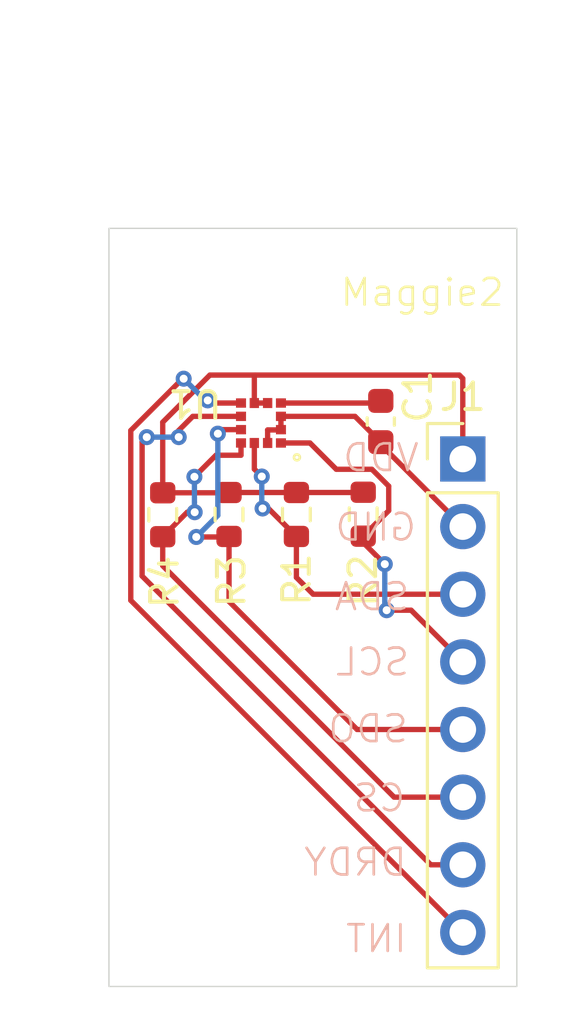
<source format=kicad_pcb>
(kicad_pcb (version 20240108) (generator "pcbnew") (generator_version "8.0")
  (layers (0 "F.Cu" signal) (31 "B.Cu" signal) (34 "B.Paste" user) (35 "F.Paste" user) (36 "B.SilkS" user "B.Silkscreen") (37 "F.SilkS" user "F.Silkscreen") (38 "B.Mask" user) (39 "F.Mask" user) (44 "Edge.Cuts" user))
  (net 0 "")
  (net 1 "GND")
  (net 2 "Net-(U1-C1)")
  (net 3 "INT")
  (net 4 "SDO")
  (net 5 "CS")
  (net 6 "SCL")
  (net 7 "VDD")
  (net 8 "SDA")
  (net 9 "DRDY")
  (footprint "MountingHole:MountingHole_2.2mm_M2" (layer "F.Cu") (at 39.02 47.58)
    (property "Reference" "REF**" (hide yes))
    (property "Value" "MountingHole_2.2mm_M2")
    (pad "" np_thru_hole circle (at 0 0) (size 2.2 2.2) (drill 2.2) (layers "*.Cu" "*.Mask"))
  )
  (footprint "Resistor_SMD:R_0603_1608Metric" (layer "F.Cu") (at 37.74 32.485 -90)
    (property "Reference" "R3" (at 2.505 -0.09 90) (layer "F.SilkS"))
    (property "Value" "10k")
    (fp_line (start -0.237258 0.5225) (end 0.237258 0.5225) (stroke (width 0.12)) (layer "F.SilkS"))
    (fp_line (start -0.237258 -0.5225) (end 0.237258 -0.5225) (stroke (width 0.12)) (layer "F.SilkS"))
    (pad "1" smd roundrect (at -0.825 0 270) (size 0.8 0.95) (layers "F.Cu" "F.Paste" "F.Mask") (net 7 "VDD"))
    (pad "2" smd roundrect (at 0.825 0 270) (size 0.8 0.95) (layers "F.Cu" "F.Paste" "F.Mask") (net 4 "SDO"))
  )
  (footprint "Capacitor_SMD:C_0603_1608Metric" (layer "F.Cu") (at 43.44 28.995 -90)
    (property "Reference" "C1" (at -0.935 -1.39 90) (layer "F.SilkS"))
    (property "Value" "100nF")
    (fp_line (start -0.14058 0.51) (end 0.14058 0.51) (stroke (width 0.12)) (layer "F.SilkS"))
    (fp_line (start -0.14058 -0.51) (end 0.14058 -0.51) (stroke (width 0.12)) (layer "F.SilkS"))
    (pad "1" smd roundrect (at -0.775 0 270) (size 0.9 0.95) (layers "F.Cu" "F.Paste" "F.Mask") (net 2 "Net-(U1-C1)"))
    (pad "2" smd roundrect (at 0.775 0 270) (size 0.9 0.95) (layers "F.Cu" "F.Paste" "F.Mask") (net 1 "GND"))
  )
  (footprint "Resistor_SMD:R_0603_1608Metric" (layer "F.Cu") (at 35.25 32.494999 -90)
    (property "Reference" "R4" (at 2.525001 -0.07 90) (layer "F.SilkS"))
    (property "Value" "10k")
    (fp_line (start -0.237258 0.5225) (end 0.237258 0.5225) (stroke (width 0.12)) (layer "F.SilkS"))
    (fp_line (start -0.237258 -0.5225) (end 0.237258 -0.5225) (stroke (width 0.12)) (layer "F.SilkS"))
    (pad "1" smd roundrect (at -0.825 0 270) (size 0.8 0.95) (layers "F.Cu" "F.Paste" "F.Mask") (net 7 "VDD"))
    (pad "2" smd roundrect (at 0.825 0 270) (size 0.8 0.95) (layers "F.Cu" "F.Paste" "F.Mask") (net 5 "CS"))
  )
  (footprint "lis3mdl:LGA-12_2X2X1_STM" (layer "F.Cu") (at 38.939999 29.049999 180)
    (property "Reference" "U1" (at 2.479999 0.739999 180) (layer "F.SilkS"))
    (property "Value" "LIS3MDLTR")
    (pad "1" smd rect (at -0.750001 -0.750001 180) (size 0.376682 0.351536) (layers "F.Cu" "F.Paste" "F.Mask") (net 6 "SCL") (clearance 0.05))
    (pad "2" smd rect (at -0.750001 -0.25 180) (size 0.376682 0.351536) (layers "F.Cu" "F.Paste" "F.Mask") (net 1 "GND") (clearance 0.05))
    (pad "3" smd rect (at -0.750001 0.25 180) (size 0.376682 0.351536) (layers "F.Cu" "F.Paste" "F.Mask") (net 1 "GND") (clearance 0.05))
    (pad "4" smd rect (at -0.750001 0.750001 180) (size 0.376682 0.351536) (layers "F.Cu" "F.Paste" "F.Mask") (net 2 "Net-(U1-C1)") (clearance 0.05))
    (pad "5" smd rect (at -0.25 0.750001 270) (size 0.376682 0.351536) (layers "F.Cu" "F.Paste" "F.Mask") (net 7 "VDD") (clearance 0.05))
    (pad "6" smd rect (at 0.25 0.750001 270) (size 0.376682 0.351536) (layers "F.Cu" "F.Paste" "F.Mask") (net 7 "VDD") (clearance 0.05))
    (pad "7" smd rect (at 0.750001 0.750001 180) (size 0.376682 0.351536) (layers "F.Cu" "F.Paste" "F.Mask") (net 3 "INT") (clearance 0.05))
    (pad "8" smd rect (at 0.750001 0.25 180) (size 0.376682 0.351536) (layers "F.Cu" "F.Paste" "F.Mask") (net 9 "DRDY") (clearance 0.05))
    (pad "9" smd rect (at 0.750001 -0.25 180) (size 0.376682 0.351536) (layers "F.Cu" "F.Paste" "F.Mask") (net 4 "SDO") (clearance 0.05))
    (pad "10" smd rect (at 0.750001 -0.750001 180) (size 0.376682 0.351536) (layers "F.Cu" "F.Paste" "F.Mask") (net 5 "CS") (clearance 0.05))
    (pad "11" smd rect (at 0.25 -0.750001 270) (size 0.376682 0.351536) (layers "F.Cu" "F.Paste" "F.Mask") (net 8 "SDA") (clearance 0.05))
    (pad "12" smd rect (at -0.25 -0.750001 270) (size 0.376682 0.351536) (layers "F.Cu" "F.Paste" "F.Mask") (net 1 "GND") (clearance 0.05))
  )
  (footprint "Resistor_SMD:R_0603_1608Metric" (layer "F.Cu") (at 40.27 32.485 -90)
    (property "Reference" "R1" (at 2.445 -0.01 90) (layer "F.SilkS"))
    (property "Value" "10k")
    (fp_line (start -0.237258 0.5225) (end 0.237258 0.5225) (stroke (width 0.12)) (layer "F.SilkS"))
    (fp_line (start -0.237258 -0.5225) (end 0.237258 -0.5225) (stroke (width 0.12)) (layer "F.SilkS"))
    (pad "1" smd roundrect (at -0.825 0 270) (size 0.8 0.95) (layers "F.Cu" "F.Paste" "F.Mask") (net 7 "VDD"))
    (pad "2" smd roundrect (at 0.825 0 270) (size 0.8 0.95) (layers "F.Cu" "F.Paste" "F.Mask") (net 8 "SDA"))
  )
  (footprint "Resistor_SMD:R_0603_1608Metric" (layer "F.Cu") (at 42.78 32.475 -90)
    (property "Reference" "R2" (at 2.495 0.01 90) (layer "F.SilkS"))
    (property "Value" "10k")
    (fp_line (start -0.237258 0.5225) (end 0.237258 0.5225) (stroke (width 0.12)) (layer "F.SilkS"))
    (fp_line (start -0.237258 -0.5225) (end 0.237258 -0.5225) (stroke (width 0.12)) (layer "F.SilkS"))
    (pad "1" smd roundrect (at -0.825 0 270) (size 0.8 0.95) (layers "F.Cu" "F.Paste" "F.Mask") (net 7 "VDD"))
    (pad "2" smd roundrect (at 0.825 0 270) (size 0.8 0.95) (layers "F.Cu" "F.Paste" "F.Mask") (net 6 "SCL"))
  )
  (footprint "Connector_PinHeader_2.54mm:PinHeader_1x08_P2.54mm_Vertical" (layer "F.Cu") (at 46.52 30.4)
    (property "Reference" "J1" (at 0 -2.33 0) (layer "F.SilkS"))
    (property "Value" "Conn_01x08")
    (fp_line (start -1.33 -1.33) (end 0 -1.33) (stroke (width 0.12)) (layer "F.SilkS"))
    (fp_line (start -1.33 0) (end -1.33 -1.33) (stroke (width 0.12)) (layer "F.SilkS"))
    (fp_line (start -1.33 1.27) (end -1.33 19.11) (stroke (width 0.12)) (layer "F.SilkS"))
    (fp_line (start -1.33 1.27) (end 1.33 1.27) (stroke (width 0.12)) (layer "F.SilkS"))
    (fp_line (start -1.33 19.11) (end 1.33 19.11) (stroke (width 0.12)) (layer "F.SilkS"))
    (fp_line (start 1.33 1.27) (end 1.33 19.11) (stroke (width 0.12)) (layer "F.SilkS"))
    (pad "1" thru_hole rect (at 0 0) (size 1.7 1.7) (drill 1) (layers "*.Cu" "*.Mask") (net 7 "VDD"))
    (pad "2" thru_hole oval (at 0 2.54) (size 1.7 1.7) (drill 1) (layers "*.Cu" "*.Mask") (net 1 "GND"))
    (pad "3" thru_hole oval (at 0 5.08) (size 1.7 1.7) (drill 1) (layers "*.Cu" "*.Mask") (net 8 "SDA"))
    (pad "4" thru_hole oval (at 0 7.62) (size 1.7 1.7) (drill 1) (layers "*.Cu" "*.Mask") (net 6 "SCL"))
    (pad "5" thru_hole oval (at 0 10.16) (size 1.7 1.7) (drill 1) (layers "*.Cu" "*.Mask") (net 4 "SDO"))
    (pad "6" thru_hole oval (at 0 12.7) (size 1.7 1.7) (drill 1) (layers "*.Cu" "*.Mask") (net 5 "CS"))
    (pad "7" thru_hole oval (at 0 15.24) (size 1.7 1.7) (drill 1) (layers "*.Cu" "*.Mask") (net 9 "DRDY"))
    (pad "8" thru_hole oval (at 0 17.78) (size 1.7 1.7) (drill 1) (layers "*.Cu" "*.Mask") (net 3 "INT"))
  )
  (footprint "MountingHole:MountingHole_2.2mm_M2" (layer "F.Cu") (at 38.62 24.38)
    (property "Reference" "REF**" (hide yes))
    (property "Value" "MountingHole_2.2mm_M2")
    (pad "" np_thru_hole circle (at 0 0) (size 2.2 2.2) (drill 2.2) (layers "*.Cu" "*.Mask"))
  )
  (gr_circle (center 40.29 30.34) (end 40.18 30.33) (stroke (width 0.1)) (fill none) (layer "F.SilkS"))
  (gr_rect (start 33.23 21.74) (end 48.55 50.21) (stroke (width 0.05)) (fill none) (layer "Edge.Cuts"))
  (gr_text "INT" (at 44.48 49 0) (layer "B.SilkS") (effects (font (size 1 1) (thickness 0.1)) (justify left bottom mirror)))
  (gr_text "VDD" (at 44.94 30.94 0) (layer "B.SilkS") (effects (font (size 1 1) (thickness 0.1)) (justify left bottom mirror)))
  (gr_text "SDA" (at 44.58 36.16 0) (layer "B.SilkS") (effects (font (size 1 1) (thickness 0.1)) (justify left bottom mirror)))
  (gr_text "DRDY" (at 44.48 46.13 0) (layer "B.SilkS") (effects (font (size 1 1) (thickness 0.1)) (justify left bottom mirror)))
  (gr_text "SDO" (at 44.53 41.12 0) (layer "B.SilkS") (effects (font (size 1 1) (thickness 0.1)) (justify left bottom mirror)))
  (gr_text "GND" (at 44.84 33.55 0) (layer "B.SilkS") (effects (font (size 1 1) (thickness 0.1)) (justify left bottom mirror)))
  (gr_text "CS" (at 44.43 43.72 0) (layer "B.SilkS") (effects (font (size 1 1) (thickness 0.1)) (justify left bottom mirror)))
  (gr_text "SCL" (at 44.58 38.61 0) (layer "B.SilkS") (effects (font (size 1 1) (thickness 0.1)) (justify left bottom mirror)))
  (gr_text "Maggie2" (at 41.86 24.73 0) (layer "F.SilkS") (effects (font (size 1 1) (thickness 0.1)) (justify left bottom)))
  (segment (start 39.189999 29.309999) (end 39.68 29.309999) (width 0.2) (layer "F.Cu") (net 1))
  (segment (start 39.69 28.799999) (end 42.469999 28.799999) (width 0.2) (layer "F.Cu") (net 1))
  (segment (start 43.44 29.77) (end 43.44 29.86) (width 0.2) (layer "F.Cu") (net 1))
  (segment (start 39.189999 29.8) (end 39.189999 29.309999) (width 0.2) (layer "F.Cu") (net 1))
  (segment (start 42.469999 28.799999) (end 43.44 29.77) (width 0.2) (layer "F.Cu") (net 1))
  (segment (start 39.69 29.299999) (end 39.69 28.799999) (width 0.2) (layer "F.Cu") (net 1))
  (segment (start 39.68 29.309999) (end 39.69 29.299999) (width 0.2) (layer "F.Cu") (net 1))
  (segment (start 43.44 29.86) (end 46.52 32.94) (width 0.2) (layer "F.Cu") (net 1))
  (segment (start 43.360002 28.299998) (end 43.44 28.22) (width 0.2) (layer "F.Cu") (net 2))
  (segment (start 39.69 28.299998) (end 43.360002 28.299998) (width 0.2) (layer "F.Cu") (net 2))
  (segment (start 34.05 29.331471) (end 34.05 35.71) (width 0.2) (layer "F.Cu") (net 3))
  (segment (start 35.995736 27.385735) (end 34.05 29.331471) (width 0.2) (layer "F.Cu") (net 3))
  (segment (start 38.189998 28.299998) (end 38.189998 28.319998) (width 0.2) (layer "F.Cu") (net 3))
  (segment (start 34.05 35.71) (end 46.52 48.18) (width 0.2) (layer "F.Cu") (net 3))
  (segment (start 37.039999 28.299998) (end 36.94 28.199999) (width 0.2) (layer "F.Cu") (net 3))
  (segment (start 38.189998 28.299998) (end 37.039999 28.299998) (width 0.2) (layer "F.Cu") (net 3))
  (segment (start 36.035735 27.385735) (end 35.995736 27.385735) (width 0.2) (layer "F.Cu") (net 3))
  (via (at 36.035735 27.385735) (size 0.6) (drill 0.3) (layers "F.Cu" "B.Cu") (net 3))
  (via (at 36.94 28.199999) (size 0.6) (drill 0.3) (layers "F.Cu" "B.Cu") (net 3))
  (segment (start 36.94 28.199999) (end 36.849999 28.199999) (width 0.2) (layer "B.Cu") (net 3))
  (segment (start 36.849999 28.199999) (end 36.035735 27.385735) (width 0.2) (layer "B.Cu") (net 3))
  (segment (start 37.74 35.75) (end 42.55 40.56) (width 0.2) (layer "F.Cu") (net 4))
  (segment (start 36.51 33.33) (end 37.72 33.33) (width 0.2) (layer "F.Cu") (net 4))
  (segment (start 37.470001 29.299999) (end 37.32 29.45) (width 0.2) (layer "F.Cu") (net 4))
  (segment (start 42.55 40.56) (end 46.52 40.56) (width 0.2) (layer "F.Cu") (net 4))
  (segment (start 38.189998 29.299999) (end 37.470001 29.299999) (width 0.2) (layer "F.Cu") (net 4))
  (segment (start 37.72 33.33) (end 37.74 33.31) (width 0.2) (layer "F.Cu") (net 4))
  (segment (start 37.74 33.31) (end 37.74 35.75) (width 0.2) (layer "F.Cu") (net 4))
  (via (at 36.51 33.33) (size 0.6) (drill 0.3) (layers "F.Cu" "B.Cu") (net 4))
  (via (at 37.32 29.45) (size 0.6) (drill 0.3) (layers "F.Cu" "B.Cu") (net 4))
  (segment (start 37.32 29.45) (end 37.32 32.52) (width 0.2) (layer "B.Cu") (net 4))
  (segment (start 37.32 32.52) (end 36.51 33.33) (width 0.2) (layer "B.Cu") (net 4))
  (segment (start 36.169999 32.4) (end 35.25 33.319999) (width 0.2) (layer "F.Cu") (net 5))
  (segment (start 36.48 31.109999) (end 36.44 31.069999) (width 0.2) (layer "F.Cu") (net 5))
  (segment (start 35.25 33.319999) (end 35.25 34.41) (width 0.2) (layer "F.Cu") (net 5))
  (segment (start 43.94 43.1) (end 46.52 43.1) (width 0.2) (layer "F.Cu") (net 5))
  (segment (start 38.189998 29.8) (end 38.19 29.8) (width 0.2) (layer "F.Cu") (net 5))
  (segment (start 35.25 34.41) (end 43.94 43.1) (width 0.2) (layer "F.Cu") (net 5))
  (segment (start 36.45 32.4) (end 36.169999 32.4) (width 0.2) (layer "F.Cu") (net 5))
  (segment (start 38.19 30.26) (end 37.249999 30.26) (width 0.2) (layer "F.Cu") (net 5))
  (segment (start 38.19 29.8) (end 38.19 30.26) (width 0.2) (layer "F.Cu") (net 5))
  (segment (start 37.249999 30.26) (end 36.44 31.069999) (width 0.2) (layer "F.Cu") (net 5))
  (segment (start 36.48 31.269999) (end 36.48 31.109999) (width 0.2) (layer "F.Cu") (net 5))
  (via (at 36.45 32.4) (size 0.6) (drill 0.3) (layers "F.Cu" "B.Cu") (net 5))
  (via (at 36.44 31.069999) (size 0.6) (drill 0.3) (layers "F.Cu" "B.Cu") (net 5))
  (segment (start 36.44 32.03) (end 36.44 32.39) (width 0.2) (layer "B.Cu") (net 5))
  (segment (start 36.44 31.069999) (end 36.44 32.03) (width 0.2) (layer "B.Cu") (net 5))
  (segment (start 36.44 32.39) (end 36.45 32.4) (width 0.2) (layer "B.Cu") (net 5))
  (segment (start 42.78 33.54) (end 43.59 34.35) (width 0.2) (layer "F.Cu") (net 6))
  (segment (start 44.58 36.08) (end 46.52 38.02) (width 0.2) (layer "F.Cu") (net 6))
  (segment (start 43.105491 30.787843) (end 43.737648 31.42) (width 0.2) (layer "F.Cu") (net 6))
  (segment (start 43.66 36.08) (end 44.58 36.08) (width 0.2) (layer "F.Cu") (net 6))
  (segment (start 39.69 29.8) (end 40.78 29.8) (width 0.2) (layer "F.Cu") (net 6))
  (segment (start 43.737648 31.42) (end 43.737648 32.342352) (width 0.2) (layer "F.Cu") (net 6))
  (segment (start 42.78 33.3) (end 42.78 33.54) (width 0.2) (layer "F.Cu") (net 6))
  (segment (start 41.767843 30.787843) (end 43.105491 30.787843) (width 0.2) (layer "F.Cu") (net 6))
  (segment (start 40.78 29.8) (end 41.767843 30.787843) (width 0.2) (layer "F.Cu") (net 6))
  (segment (start 43.737648 32.342352) (end 42.78 33.3) (width 0.2) (layer "F.Cu") (net 6))
  (via (at 43.59 34.35) (size 0.6) (drill 0.3) (layers "F.Cu" "B.Cu") (net 6))
  (via (at 43.66 36.08) (size 0.6) (drill 0.3) (layers "F.Cu" "B.Cu") (net 6))
  (segment (start 43.59 36.01) (end 43.66 36.08) (width 0.2) (layer "B.Cu") (net 6))
  (segment (start 43.59 34.35) (end 43.59 36.01) (width 0.2) (layer "B.Cu") (net 6))
  (segment (start 38.72 27.25) (end 46.39 27.25) (width 0.2) (layer "F.Cu") (net 7))
  (segment (start 38.72 27.25) (end 37.02 27.25) (width 0.2) (layer "F.Cu") (net 7))
  (segment (start 42.77 31.66) (end 42.78 31.65) (width 0.2) (layer "F.Cu") (net 7))
  (segment (start 37.74 31.66) (end 40.27 31.66) (width 0.2) (layer "F.Cu") (net 7))
  (segment (start 35.25 29.02) (end 35.25 31.669999) (width 0.2) (layer "F.Cu") (net 7))
  (segment (start 37.02 27.25) (end 35.25 29.02) (width 0.2) (layer "F.Cu") (net 7))
  (segment (start 38.72 27.25) (end 38.689999 27.280001) (width 0.2) (layer "F.Cu") (net 7))
  (segment (start 46.52 27.38) (end 46.52 30.4) (width 0.2) (layer "F.Cu") (net 7))
  (segment (start 40.27 31.66) (end 42.77 31.66) (width 0.2) (layer "F.Cu") (net 7))
  (segment (start 38.689999 28.299998) (end 39.189999 28.299998) (width 0.2) (layer "F.Cu") (net 7))
  (segment (start 35.25 31.669999) (end 37.730001 31.669999) (width 0.2) (layer "F.Cu") (net 7))
  (segment (start 37.730001 31.669999) (end 37.74 31.66) (width 0.2) (layer "F.Cu") (net 7))
  (segment (start 46.39 27.25) (end 46.52 27.38) (width 0.2) (layer "F.Cu") (net 7))
  (segment (start 38.689999 27.280001) (end 38.689999 28.299998) (width 0.2) (layer "F.Cu") (net 7))
  (segment (start 38.689999 30.779999) (end 38.97 31.06) (width 0.2) (layer "F.Cu") (net 8))
  (segment (start 39.22 32.26) (end 40.27 33.31) (width 0.2) (layer "F.Cu") (net 8))
  (segment (start 40.27 33.31) (end 40.27 34.85) (width 0.2) (layer "F.Cu") (net 8))
  (segment (start 40.27 34.85) (end 40.9 35.48) (width 0.2) (layer "F.Cu") (net 8))
  (segment (start 38.689999 29.8) (end 38.689999 30.779999) (width 0.2) (layer "F.Cu") (net 8))
  (segment (start 40.9 35.48) (end 46.52 35.48) (width 0.2) (layer "F.Cu") (net 8))
  (segment (start 39 32.26) (end 39.22 32.26) (width 0.2) (layer "F.Cu") (net 8))
  (via (at 39 32.26) (size 0.6) (drill 0.3) (layers "F.Cu" "B.Cu") (net 8))
  (via (at 38.97 31.06) (size 0.6) (drill 0.3) (layers "F.Cu" "B.Cu") (net 8))
  (segment (start 38.97 31.06) (end 38.97 32.23) (width 0.2) (layer "B.Cu") (net 8))
  (segment (start 38.97 32.23) (end 39 32.26) (width 0.2) (layer "B.Cu") (net 8))
  (segment (start 34.65 29.58) (end 34.475 29.755) (width 0.2) (layer "F.Cu") (net 9))
  (segment (start 34.475 34.797081) (end 45.317919 45.64) (width 0.2) (layer "F.Cu") (net 9))
  (segment (start 35.85 29.33) (end 35.85 29.58) (width 0.2) (layer "F.Cu") (net 9))
  (segment (start 45.317919 45.64) (end 46.52 45.64) (width 0.2) (layer "F.Cu") (net 9))
  (segment (start 36.380001 28.799999) (end 35.85 29.33) (width 0.2) (layer "F.Cu") (net 9))
  (segment (start 34.475 29.755) (end 34.475 34.797081) (width 0.2) (layer "F.Cu") (net 9))
  (segment (start 38.189998 28.799999) (end 36.380001 28.799999) (width 0.2) (layer "F.Cu") (net 9))
  (via (at 35.85 29.58) (size 0.6) (drill 0.3) (layers "F.Cu" "B.Cu") (net 9))
  (via (at 34.65 29.58) (size 0.6) (drill 0.3) (layers "F.Cu" "B.Cu") (net 9))
  (segment (start 35.85 29.58) (end 34.65 29.58) (width 0.2) (layer "B.Cu") (net 9))
)
</source>
